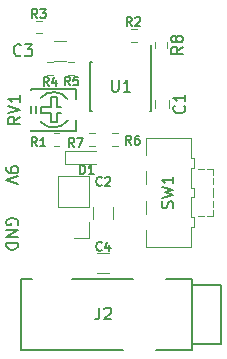
<source format=gbr>
G04 #@! TF.GenerationSoftware,KiCad,Pcbnew,(5.0-dev-4115-gdd04bcb)*
G04 #@! TF.CreationDate,2018-03-14T00:31:25-07:00*
G04 #@! TF.ProjectId,PCB-Condenser-Microphone,5043422D436F6E64656E7365722D4D69,1*
G04 #@! TF.SameCoordinates,Original*
G04 #@! TF.FileFunction,Legend,Top*
G04 #@! TF.FilePolarity,Positive*
%FSLAX46Y46*%
G04 Gerber Fmt 4.6, Leading zero omitted, Abs format (unit mm)*
G04 Created by KiCad (PCBNEW (5.0-dev-4115-gdd04bcb)) date Wednesday, March 14, 2018 at 12:31:25 AM*
%MOMM*%
%LPD*%
G01*
G04 APERTURE LIST*
%ADD10C,0.150000*%
%ADD11C,0.120000*%
G04 APERTURE END LIST*
D10*
X118297619Y-66880952D02*
X118297619Y-67071428D01*
X118345238Y-67166666D01*
X118392857Y-67214285D01*
X118535714Y-67309523D01*
X118726190Y-67357142D01*
X119107142Y-67357142D01*
X119202380Y-67309523D01*
X119250000Y-67261904D01*
X119297619Y-67166666D01*
X119297619Y-66976190D01*
X119250000Y-66880952D01*
X119202380Y-66833333D01*
X119107142Y-66785714D01*
X118869047Y-66785714D01*
X118773809Y-66833333D01*
X118726190Y-66880952D01*
X118678571Y-66976190D01*
X118678571Y-67166666D01*
X118726190Y-67261904D01*
X118773809Y-67309523D01*
X118869047Y-67357142D01*
X119297619Y-67642857D02*
X118297619Y-67976190D01*
X119297619Y-68309523D01*
X119250000Y-71738095D02*
X119297619Y-71642857D01*
X119297619Y-71500000D01*
X119250000Y-71357142D01*
X119154761Y-71261904D01*
X119059523Y-71214285D01*
X118869047Y-71166666D01*
X118726190Y-71166666D01*
X118535714Y-71214285D01*
X118440476Y-71261904D01*
X118345238Y-71357142D01*
X118297619Y-71500000D01*
X118297619Y-71595238D01*
X118345238Y-71738095D01*
X118392857Y-71785714D01*
X118726190Y-71785714D01*
X118726190Y-71595238D01*
X118297619Y-72214285D02*
X119297619Y-72214285D01*
X118297619Y-72785714D01*
X119297619Y-72785714D01*
X118297619Y-73261904D02*
X119297619Y-73261904D01*
X119297619Y-73500000D01*
X119250000Y-73642857D01*
X119154761Y-73738095D01*
X119059523Y-73785714D01*
X118869047Y-73833333D01*
X118726190Y-73833333D01*
X118535714Y-73785714D01*
X118440476Y-73738095D01*
X118345238Y-73642857D01*
X118297619Y-73500000D01*
X118297619Y-73261904D01*
D11*
X121750000Y-59030000D02*
X122250000Y-59030000D01*
X122250000Y-57970000D02*
X121750000Y-57970000D01*
X124050000Y-57970000D02*
X123550000Y-57970000D01*
X123550000Y-59030000D02*
X124050000Y-59030000D01*
X130900000Y-61850000D02*
X130900000Y-61150000D01*
X132100000Y-61150000D02*
X132100000Y-61850000D01*
X127350000Y-71250000D02*
X127350000Y-70250000D01*
X125650000Y-70250000D02*
X125650000Y-71250000D01*
X123350000Y-56150000D02*
X122350000Y-56150000D01*
X122350000Y-57850000D02*
X123350000Y-57850000D01*
X126000000Y-75850000D02*
X127000000Y-75850000D01*
X127000000Y-74150000D02*
X126000000Y-74150000D01*
X123300000Y-65450000D02*
X125900000Y-65450000D01*
X123300000Y-66550000D02*
X125900000Y-66550000D01*
X123300000Y-65450000D02*
X123300000Y-66550000D01*
D10*
X123900000Y-76300000D02*
X129000000Y-76300000D01*
X119500000Y-76300000D02*
X120500000Y-76300000D01*
X134000000Y-76300000D02*
X131800000Y-76300000D01*
X119500000Y-82300000D02*
X128200000Y-82300000D01*
X134000000Y-82300000D02*
X131000000Y-82300000D01*
X136500000Y-81800000D02*
X134000000Y-81800000D01*
X136500000Y-76800000D02*
X136500000Y-81800000D01*
X134000000Y-76300000D02*
X134000000Y-82300000D01*
X134000000Y-76800000D02*
X136500000Y-76800000D01*
X119500000Y-76300000D02*
X119500000Y-82300000D01*
D11*
X122300000Y-65030000D02*
X122800000Y-65030000D01*
X122800000Y-63970000D02*
X122300000Y-63970000D01*
X129350000Y-55170000D02*
X128850000Y-55170000D01*
X128850000Y-56230000D02*
X129350000Y-56230000D01*
X120800000Y-55530000D02*
X121300000Y-55530000D01*
X121300000Y-54470000D02*
X120800000Y-54470000D01*
X127750000Y-63970000D02*
X127250000Y-63970000D01*
X127250000Y-65030000D02*
X127750000Y-65030000D01*
X125300000Y-65030000D02*
X125800000Y-65030000D01*
X125800000Y-63970000D02*
X125300000Y-63970000D01*
X130870000Y-56250000D02*
X130870000Y-56750000D01*
X131930000Y-56750000D02*
X131930000Y-56250000D01*
D10*
X124200000Y-60200000D02*
X120400000Y-60200000D01*
X120400000Y-63800000D02*
X124200000Y-63800000D01*
X124200000Y-60200000D02*
X124200000Y-61100000D01*
X124200000Y-63800000D02*
X124200000Y-62900000D01*
X120400000Y-60200000D02*
X120400000Y-60300000D01*
X120400000Y-63800000D02*
X120400000Y-63700000D01*
X120400000Y-61700000D02*
X120400000Y-62300000D01*
X123501277Y-62898516D02*
G75*
G02X121200001Y-63019999I-1201277J898516D01*
G01*
X120829632Y-62298187D02*
G75*
G02X120830001Y-61700001I1470368J298187D01*
G01*
X121195205Y-60985393D02*
G75*
G02X123500000Y-61100000I1104795J-1014607D01*
G01*
X122550000Y-62250000D02*
X122550000Y-63050000D01*
X122550000Y-63050000D02*
X122050000Y-63050000D01*
X122050000Y-63050000D02*
X122050000Y-62250000D01*
X122050000Y-62250000D02*
X121250000Y-62250000D01*
X121250000Y-62250000D02*
X121250000Y-61750000D01*
X121250000Y-61750000D02*
X122050000Y-61750000D01*
X122050000Y-61750000D02*
X122050000Y-60950000D01*
X122050000Y-60950000D02*
X122550000Y-60950000D01*
X122550000Y-60950000D02*
X122550000Y-61750000D01*
X122550000Y-61750000D02*
X122950000Y-61750000D01*
X122550000Y-62250000D02*
X122950000Y-62250000D01*
D11*
X130100000Y-65800000D02*
X130100000Y-64400000D01*
X130100000Y-64400000D02*
X133900000Y-64400000D01*
X133900000Y-73600000D02*
X130100000Y-73600000D01*
X130100000Y-73600000D02*
X130100000Y-72200000D01*
X130100000Y-67200000D02*
X130100000Y-68300000D01*
X130100000Y-68300000D02*
X130100000Y-68300000D01*
X130100000Y-69700000D02*
X130100000Y-70800000D01*
X130100000Y-70800000D02*
X130100000Y-70800000D01*
X133900000Y-64400000D02*
X133900000Y-66100000D01*
X133900000Y-66100000D02*
X134200000Y-66100000D01*
X134200000Y-66100000D02*
X134200000Y-66900000D01*
X134200000Y-66900000D02*
X133900000Y-66900000D01*
X133900000Y-66900000D02*
X133900000Y-68600000D01*
X133900000Y-68600000D02*
X134200000Y-68600000D01*
X134200000Y-68600000D02*
X134200000Y-69400000D01*
X134200000Y-69400000D02*
X133900000Y-69400000D01*
X133900000Y-69400000D02*
X133900000Y-71100000D01*
X133900000Y-71100000D02*
X134200000Y-71100000D01*
X134200000Y-71100000D02*
X134200000Y-71900000D01*
X134200000Y-71900000D02*
X133900000Y-71900000D01*
X133900000Y-71900000D02*
X133900000Y-73600000D01*
X133900000Y-73600000D02*
X133900000Y-73600000D01*
X135800000Y-71000000D02*
X135300000Y-71000000D01*
X135300000Y-71000000D02*
X135300000Y-71000000D01*
X135800000Y-71000000D02*
X135800000Y-70500000D01*
X135800000Y-70500000D02*
X135800000Y-70500000D01*
X135800000Y-67000000D02*
X135800000Y-67500000D01*
X135800000Y-67500000D02*
X135800000Y-67500000D01*
X135800000Y-67000000D02*
X135300000Y-67000000D01*
X135300000Y-67000000D02*
X135300000Y-67000000D01*
X135000000Y-67000000D02*
X134500000Y-67000000D01*
X134500000Y-67000000D02*
X134500000Y-67000000D01*
X135000000Y-71000000D02*
X134500000Y-71000000D01*
X134500000Y-71000000D02*
X134500000Y-71000000D01*
X135800000Y-70200000D02*
X135800000Y-69700000D01*
X135800000Y-69700000D02*
X135800000Y-69700000D01*
X135800000Y-67800000D02*
X135800000Y-68300000D01*
X135800000Y-68300000D02*
X135800000Y-68300000D01*
X135800000Y-68600000D02*
X135800000Y-69400000D01*
X135800000Y-69400000D02*
X135800000Y-69400000D01*
D10*
X130525000Y-57925000D02*
X130525000Y-56525000D01*
X125425000Y-57925000D02*
X125425000Y-62075000D01*
X130575000Y-57925000D02*
X130575000Y-62075000D01*
X125425000Y-57925000D02*
X125570000Y-57925000D01*
X125425000Y-62075000D02*
X125570000Y-62075000D01*
X130575000Y-62075000D02*
X130430000Y-62075000D01*
X130575000Y-57925000D02*
X130525000Y-57925000D01*
D11*
X125330000Y-72830000D02*
X124000000Y-72830000D01*
X125330000Y-71500000D02*
X125330000Y-72830000D01*
X125330000Y-70230000D02*
X122670000Y-70230000D01*
X122670000Y-70230000D02*
X122670000Y-67630000D01*
X125330000Y-70230000D02*
X125330000Y-67630000D01*
X125330000Y-67630000D02*
X122670000Y-67630000D01*
D10*
X121875000Y-59989285D02*
X121625000Y-59632142D01*
X121446428Y-59989285D02*
X121446428Y-59239285D01*
X121732142Y-59239285D01*
X121803571Y-59275000D01*
X121839285Y-59310714D01*
X121875000Y-59382142D01*
X121875000Y-59489285D01*
X121839285Y-59560714D01*
X121803571Y-59596428D01*
X121732142Y-59632142D01*
X121446428Y-59632142D01*
X122517857Y-59489285D02*
X122517857Y-59989285D01*
X122339285Y-59203571D02*
X122160714Y-59739285D01*
X122625000Y-59739285D01*
X123675000Y-59939285D02*
X123425000Y-59582142D01*
X123246428Y-59939285D02*
X123246428Y-59189285D01*
X123532142Y-59189285D01*
X123603571Y-59225000D01*
X123639285Y-59260714D01*
X123675000Y-59332142D01*
X123675000Y-59439285D01*
X123639285Y-59510714D01*
X123603571Y-59546428D01*
X123532142Y-59582142D01*
X123246428Y-59582142D01*
X124353571Y-59189285D02*
X123996428Y-59189285D01*
X123960714Y-59546428D01*
X123996428Y-59510714D01*
X124067857Y-59475000D01*
X124246428Y-59475000D01*
X124317857Y-59510714D01*
X124353571Y-59546428D01*
X124389285Y-59617857D01*
X124389285Y-59796428D01*
X124353571Y-59867857D01*
X124317857Y-59903571D01*
X124246428Y-59939285D01*
X124067857Y-59939285D01*
X123996428Y-59903571D01*
X123960714Y-59867857D01*
X133357142Y-61666666D02*
X133404761Y-61714285D01*
X133452380Y-61857142D01*
X133452380Y-61952380D01*
X133404761Y-62095238D01*
X133309523Y-62190476D01*
X133214285Y-62238095D01*
X133023809Y-62285714D01*
X132880952Y-62285714D01*
X132690476Y-62238095D01*
X132595238Y-62190476D01*
X132500000Y-62095238D01*
X132452380Y-61952380D01*
X132452380Y-61857142D01*
X132500000Y-61714285D01*
X132547619Y-61666666D01*
X133452380Y-60714285D02*
X133452380Y-61285714D01*
X133452380Y-61000000D02*
X132452380Y-61000000D01*
X132595238Y-61095238D01*
X132690476Y-61190476D01*
X132738095Y-61285714D01*
X126375000Y-68367857D02*
X126339285Y-68403571D01*
X126232142Y-68439285D01*
X126160714Y-68439285D01*
X126053571Y-68403571D01*
X125982142Y-68332142D01*
X125946428Y-68260714D01*
X125910714Y-68117857D01*
X125910714Y-68010714D01*
X125946428Y-67867857D01*
X125982142Y-67796428D01*
X126053571Y-67725000D01*
X126160714Y-67689285D01*
X126232142Y-67689285D01*
X126339285Y-67725000D01*
X126375000Y-67760714D01*
X126660714Y-67760714D02*
X126696428Y-67725000D01*
X126767857Y-67689285D01*
X126946428Y-67689285D01*
X127017857Y-67725000D01*
X127053571Y-67760714D01*
X127089285Y-67832142D01*
X127089285Y-67903571D01*
X127053571Y-68010714D01*
X126625000Y-68439285D01*
X127089285Y-68439285D01*
X119533333Y-57357142D02*
X119485714Y-57404761D01*
X119342857Y-57452380D01*
X119247619Y-57452380D01*
X119104761Y-57404761D01*
X119009523Y-57309523D01*
X118961904Y-57214285D01*
X118914285Y-57023809D01*
X118914285Y-56880952D01*
X118961904Y-56690476D01*
X119009523Y-56595238D01*
X119104761Y-56500000D01*
X119247619Y-56452380D01*
X119342857Y-56452380D01*
X119485714Y-56500000D01*
X119533333Y-56547619D01*
X119866666Y-56452380D02*
X120485714Y-56452380D01*
X120152380Y-56833333D01*
X120295238Y-56833333D01*
X120390476Y-56880952D01*
X120438095Y-56928571D01*
X120485714Y-57023809D01*
X120485714Y-57261904D01*
X120438095Y-57357142D01*
X120390476Y-57404761D01*
X120295238Y-57452380D01*
X120009523Y-57452380D01*
X119914285Y-57404761D01*
X119866666Y-57357142D01*
X126375000Y-73867857D02*
X126339285Y-73903571D01*
X126232142Y-73939285D01*
X126160714Y-73939285D01*
X126053571Y-73903571D01*
X125982142Y-73832142D01*
X125946428Y-73760714D01*
X125910714Y-73617857D01*
X125910714Y-73510714D01*
X125946428Y-73367857D01*
X125982142Y-73296428D01*
X126053571Y-73225000D01*
X126160714Y-73189285D01*
X126232142Y-73189285D01*
X126339285Y-73225000D01*
X126375000Y-73260714D01*
X127017857Y-73439285D02*
X127017857Y-73939285D01*
X126839285Y-73153571D02*
X126660714Y-73689285D01*
X127125000Y-73689285D01*
X124546428Y-67439285D02*
X124546428Y-66689285D01*
X124725000Y-66689285D01*
X124832142Y-66725000D01*
X124903571Y-66796428D01*
X124939285Y-66867857D01*
X124975000Y-67010714D01*
X124975000Y-67117857D01*
X124939285Y-67260714D01*
X124903571Y-67332142D01*
X124832142Y-67403571D01*
X124725000Y-67439285D01*
X124546428Y-67439285D01*
X125689285Y-67439285D02*
X125260714Y-67439285D01*
X125475000Y-67439285D02*
X125475000Y-66689285D01*
X125403571Y-66796428D01*
X125332142Y-66867857D01*
X125260714Y-66903571D01*
X126166666Y-78752380D02*
X126166666Y-79466666D01*
X126119047Y-79609523D01*
X126023809Y-79704761D01*
X125880952Y-79752380D01*
X125785714Y-79752380D01*
X126595238Y-78847619D02*
X126642857Y-78800000D01*
X126738095Y-78752380D01*
X126976190Y-78752380D01*
X127071428Y-78800000D01*
X127119047Y-78847619D01*
X127166666Y-78942857D01*
X127166666Y-79038095D01*
X127119047Y-79180952D01*
X126547619Y-79752380D01*
X127166666Y-79752380D01*
X120875000Y-65089285D02*
X120625000Y-64732142D01*
X120446428Y-65089285D02*
X120446428Y-64339285D01*
X120732142Y-64339285D01*
X120803571Y-64375000D01*
X120839285Y-64410714D01*
X120875000Y-64482142D01*
X120875000Y-64589285D01*
X120839285Y-64660714D01*
X120803571Y-64696428D01*
X120732142Y-64732142D01*
X120446428Y-64732142D01*
X121589285Y-65089285D02*
X121160714Y-65089285D01*
X121375000Y-65089285D02*
X121375000Y-64339285D01*
X121303571Y-64446428D01*
X121232142Y-64517857D01*
X121160714Y-64553571D01*
X128925000Y-54889285D02*
X128675000Y-54532142D01*
X128496428Y-54889285D02*
X128496428Y-54139285D01*
X128782142Y-54139285D01*
X128853571Y-54175000D01*
X128889285Y-54210714D01*
X128925000Y-54282142D01*
X128925000Y-54389285D01*
X128889285Y-54460714D01*
X128853571Y-54496428D01*
X128782142Y-54532142D01*
X128496428Y-54532142D01*
X129210714Y-54210714D02*
X129246428Y-54175000D01*
X129317857Y-54139285D01*
X129496428Y-54139285D01*
X129567857Y-54175000D01*
X129603571Y-54210714D01*
X129639285Y-54282142D01*
X129639285Y-54353571D01*
X129603571Y-54460714D01*
X129175000Y-54889285D01*
X129639285Y-54889285D01*
X120925000Y-54239285D02*
X120675000Y-53882142D01*
X120496428Y-54239285D02*
X120496428Y-53489285D01*
X120782142Y-53489285D01*
X120853571Y-53525000D01*
X120889285Y-53560714D01*
X120925000Y-53632142D01*
X120925000Y-53739285D01*
X120889285Y-53810714D01*
X120853571Y-53846428D01*
X120782142Y-53882142D01*
X120496428Y-53882142D01*
X121175000Y-53489285D02*
X121639285Y-53489285D01*
X121389285Y-53775000D01*
X121496428Y-53775000D01*
X121567857Y-53810714D01*
X121603571Y-53846428D01*
X121639285Y-53917857D01*
X121639285Y-54096428D01*
X121603571Y-54167857D01*
X121567857Y-54203571D01*
X121496428Y-54239285D01*
X121282142Y-54239285D01*
X121210714Y-54203571D01*
X121175000Y-54167857D01*
X128875000Y-64939285D02*
X128625000Y-64582142D01*
X128446428Y-64939285D02*
X128446428Y-64189285D01*
X128732142Y-64189285D01*
X128803571Y-64225000D01*
X128839285Y-64260714D01*
X128875000Y-64332142D01*
X128875000Y-64439285D01*
X128839285Y-64510714D01*
X128803571Y-64546428D01*
X128732142Y-64582142D01*
X128446428Y-64582142D01*
X129517857Y-64189285D02*
X129375000Y-64189285D01*
X129303571Y-64225000D01*
X129267857Y-64260714D01*
X129196428Y-64367857D01*
X129160714Y-64510714D01*
X129160714Y-64796428D01*
X129196428Y-64867857D01*
X129232142Y-64903571D01*
X129303571Y-64939285D01*
X129446428Y-64939285D01*
X129517857Y-64903571D01*
X129553571Y-64867857D01*
X129589285Y-64796428D01*
X129589285Y-64617857D01*
X129553571Y-64546428D01*
X129517857Y-64510714D01*
X129446428Y-64475000D01*
X129303571Y-64475000D01*
X129232142Y-64510714D01*
X129196428Y-64546428D01*
X129160714Y-64617857D01*
X124025000Y-65139285D02*
X123775000Y-64782142D01*
X123596428Y-65139285D02*
X123596428Y-64389285D01*
X123882142Y-64389285D01*
X123953571Y-64425000D01*
X123989285Y-64460714D01*
X124025000Y-64532142D01*
X124025000Y-64639285D01*
X123989285Y-64710714D01*
X123953571Y-64746428D01*
X123882142Y-64782142D01*
X123596428Y-64782142D01*
X124275000Y-64389285D02*
X124775000Y-64389285D01*
X124453571Y-65139285D01*
X133252380Y-56666666D02*
X132776190Y-57000000D01*
X133252380Y-57238095D02*
X132252380Y-57238095D01*
X132252380Y-56857142D01*
X132300000Y-56761904D01*
X132347619Y-56714285D01*
X132442857Y-56666666D01*
X132585714Y-56666666D01*
X132680952Y-56714285D01*
X132728571Y-56761904D01*
X132776190Y-56857142D01*
X132776190Y-57238095D01*
X132680952Y-56095238D02*
X132633333Y-56190476D01*
X132585714Y-56238095D01*
X132490476Y-56285714D01*
X132442857Y-56285714D01*
X132347619Y-56238095D01*
X132300000Y-56190476D01*
X132252380Y-56095238D01*
X132252380Y-55904761D01*
X132300000Y-55809523D01*
X132347619Y-55761904D01*
X132442857Y-55714285D01*
X132490476Y-55714285D01*
X132585714Y-55761904D01*
X132633333Y-55809523D01*
X132680952Y-55904761D01*
X132680952Y-56095238D01*
X132728571Y-56190476D01*
X132776190Y-56238095D01*
X132871428Y-56285714D01*
X133061904Y-56285714D01*
X133157142Y-56238095D01*
X133204761Y-56190476D01*
X133252380Y-56095238D01*
X133252380Y-55904761D01*
X133204761Y-55809523D01*
X133157142Y-55761904D01*
X133061904Y-55714285D01*
X132871428Y-55714285D01*
X132776190Y-55761904D01*
X132728571Y-55809523D01*
X132680952Y-55904761D01*
X119452380Y-62595238D02*
X118976190Y-62928571D01*
X119452380Y-63166666D02*
X118452380Y-63166666D01*
X118452380Y-62785714D01*
X118500000Y-62690476D01*
X118547619Y-62642857D01*
X118642857Y-62595238D01*
X118785714Y-62595238D01*
X118880952Y-62642857D01*
X118928571Y-62690476D01*
X118976190Y-62785714D01*
X118976190Y-63166666D01*
X118452380Y-62309523D02*
X119452380Y-61976190D01*
X118452380Y-61642857D01*
X119452380Y-60785714D02*
X119452380Y-61357142D01*
X119452380Y-61071428D02*
X118452380Y-61071428D01*
X118595238Y-61166666D01*
X118690476Y-61261904D01*
X118738095Y-61357142D01*
X132404761Y-70333333D02*
X132452380Y-70190476D01*
X132452380Y-69952380D01*
X132404761Y-69857142D01*
X132357142Y-69809523D01*
X132261904Y-69761904D01*
X132166666Y-69761904D01*
X132071428Y-69809523D01*
X132023809Y-69857142D01*
X131976190Y-69952380D01*
X131928571Y-70142857D01*
X131880952Y-70238095D01*
X131833333Y-70285714D01*
X131738095Y-70333333D01*
X131642857Y-70333333D01*
X131547619Y-70285714D01*
X131500000Y-70238095D01*
X131452380Y-70142857D01*
X131452380Y-69904761D01*
X131500000Y-69761904D01*
X131452380Y-69428571D02*
X132452380Y-69190476D01*
X131738095Y-69000000D01*
X132452380Y-68809523D01*
X131452380Y-68571428D01*
X132452380Y-67666666D02*
X132452380Y-68238095D01*
X132452380Y-67952380D02*
X131452380Y-67952380D01*
X131595238Y-68047619D01*
X131690476Y-68142857D01*
X131738095Y-68238095D01*
X127238095Y-59452380D02*
X127238095Y-60261904D01*
X127285714Y-60357142D01*
X127333333Y-60404761D01*
X127428571Y-60452380D01*
X127619047Y-60452380D01*
X127714285Y-60404761D01*
X127761904Y-60357142D01*
X127809523Y-60261904D01*
X127809523Y-59452380D01*
X128809523Y-60452380D02*
X128238095Y-60452380D01*
X128523809Y-60452380D02*
X128523809Y-59452380D01*
X128428571Y-59595238D01*
X128333333Y-59690476D01*
X128238095Y-59738095D01*
M02*

</source>
